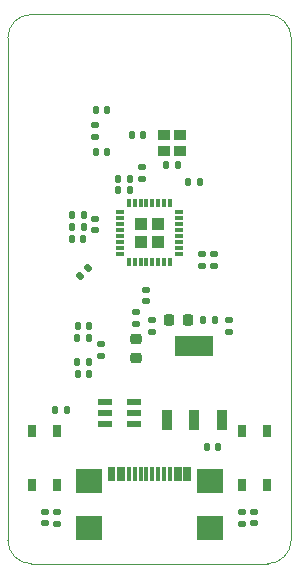
<source format=gbr>
%TF.GenerationSoftware,KiCad,Pcbnew,(6.0.9)*%
%TF.CreationDate,2023-03-12T14:29:19+01:00*%
%TF.ProjectId,ESP32-C3 Devboard,45535033-322d-4433-9320-446576626f61,rev?*%
%TF.SameCoordinates,Original*%
%TF.FileFunction,Paste,Top*%
%TF.FilePolarity,Positive*%
%FSLAX46Y46*%
G04 Gerber Fmt 4.6, Leading zero omitted, Abs format (unit mm)*
G04 Created by KiCad (PCBNEW (6.0.9)) date 2023-03-12 14:29:19*
%MOMM*%
%LPD*%
G01*
G04 APERTURE LIST*
G04 Aperture macros list*
%AMRoundRect*
0 Rectangle with rounded corners*
0 $1 Rounding radius*
0 $2 $3 $4 $5 $6 $7 $8 $9 X,Y pos of 4 corners*
0 Add a 4 corners polygon primitive as box body*
4,1,4,$2,$3,$4,$5,$6,$7,$8,$9,$2,$3,0*
0 Add four circle primitives for the rounded corners*
1,1,$1+$1,$2,$3*
1,1,$1+$1,$4,$5*
1,1,$1+$1,$6,$7*
1,1,$1+$1,$8,$9*
0 Add four rect primitives between the rounded corners*
20,1,$1+$1,$2,$3,$4,$5,0*
20,1,$1+$1,$4,$5,$6,$7,0*
20,1,$1+$1,$6,$7,$8,$9,0*
20,1,$1+$1,$8,$9,$2,$3,0*%
G04 Aperture macros list end*
%TA.AperFunction,Profile*%
%ADD10C,0.100000*%
%TD*%
%ADD11RoundRect,0.135000X0.135000X0.185000X-0.135000X0.185000X-0.135000X-0.185000X0.135000X-0.185000X0*%
%ADD12RoundRect,0.135000X0.035355X-0.226274X0.226274X-0.035355X-0.035355X0.226274X-0.226274X0.035355X0*%
%ADD13RoundRect,0.147500X-0.147500X-0.172500X0.147500X-0.172500X0.147500X0.172500X-0.147500X0.172500X0*%
%ADD14RoundRect,0.218750X0.256250X-0.218750X0.256250X0.218750X-0.256250X0.218750X-0.256250X-0.218750X0*%
%ADD15RoundRect,0.140000X-0.170000X0.140000X-0.170000X-0.140000X0.170000X-0.140000X0.170000X0.140000X0*%
%ADD16RoundRect,0.140000X-0.140000X-0.170000X0.140000X-0.170000X0.140000X0.170000X-0.140000X0.170000X0*%
%ADD17RoundRect,0.135000X0.185000X-0.135000X0.185000X0.135000X-0.185000X0.135000X-0.185000X-0.135000X0*%
%ADD18RoundRect,0.135000X-0.185000X0.135000X-0.185000X-0.135000X0.185000X-0.135000X0.185000X0.135000X0*%
%ADD19RoundRect,0.147500X-0.172500X0.147500X-0.172500X-0.147500X0.172500X-0.147500X0.172500X0.147500X0*%
%ADD20R,0.700000X1.000000*%
%ADD21R,0.300000X1.150000*%
%ADD22R,2.180000X2.000000*%
%ADD23RoundRect,0.140000X0.140000X0.170000X-0.140000X0.170000X-0.140000X-0.170000X0.140000X-0.170000X0*%
%ADD24R,0.800000X0.300000*%
%ADD25R,0.300000X0.800000*%
%ADD26R,1.100000X1.100000*%
%ADD27R,0.950000X1.750000*%
%ADD28R,3.200000X1.750000*%
%ADD29RoundRect,0.218750X-0.218750X-0.256250X0.218750X-0.256250X0.218750X0.256250X-0.218750X0.256250X0*%
%ADD30RoundRect,0.135000X-0.135000X-0.185000X0.135000X-0.185000X0.135000X0.185000X-0.135000X0.185000X0*%
%ADD31RoundRect,0.140000X0.170000X-0.140000X0.170000X0.140000X-0.170000X0.140000X-0.170000X-0.140000X0*%
%ADD32R,1.100000X0.850000*%
%ADD33R,1.250000X0.600000*%
G04 APERTURE END LIST*
D10*
X112460000Y-89500000D02*
G75*
G03*
X114460000Y-91500000I2000000J0D01*
G01*
X134460000Y-45000000D02*
X114460000Y-45000000D01*
X112460000Y-47000000D02*
X112460000Y-89500000D01*
X114460000Y-91500000D02*
X134460000Y-91500000D01*
X136460000Y-89500000D02*
X136460000Y-47000000D01*
X134460000Y-91500000D02*
G75*
G03*
X136460000Y-89500000I0J2000000D01*
G01*
X114460000Y-45000000D02*
G75*
G03*
X112460000Y-47000000I0J-2000000D01*
G01*
X136460000Y-47000000D02*
G75*
G03*
X134460000Y-45000000I-2000000J0D01*
G01*
D11*
%TO.C,R4*%
X119382000Y-74422000D03*
X118362000Y-74422000D03*
%TD*%
D12*
%TO.C,R7*%
X118539376Y-67160624D03*
X119260624Y-66439376D03*
%TD*%
D13*
%TO.C,L2*%
X117915000Y-62000000D03*
X118885000Y-62000000D03*
%TD*%
D14*
%TO.C,D2*%
X123300000Y-74087500D03*
X123300000Y-72512500D03*
%TD*%
D15*
%TO.C,C14*%
X124200000Y-68320000D03*
X124200000Y-69280000D03*
%TD*%
D16*
%TO.C,C2*%
X118392000Y-71374000D03*
X119352000Y-71374000D03*
%TD*%
D17*
%TO.C,R2*%
X123825000Y-58930000D03*
X123825000Y-57910000D03*
%TD*%
%TO.C,R10*%
X132300000Y-88120000D03*
X132300000Y-87100000D03*
%TD*%
D11*
%TO.C,R5*%
X119382000Y-72390000D03*
X118362000Y-72390000D03*
%TD*%
D18*
%TO.C,R6*%
X131191000Y-70864000D03*
X131191000Y-71884000D03*
%TD*%
D19*
%TO.C,L1*%
X119865000Y-54379000D03*
X119865000Y-55349000D03*
%TD*%
D20*
%TO.C,S2*%
X132275000Y-84800000D03*
X132275000Y-80300000D03*
X134425000Y-84800000D03*
X134425000Y-80300000D03*
%TD*%
D17*
%TO.C,R11*%
X123300000Y-71210000D03*
X123300000Y-70190000D03*
%TD*%
D21*
%TO.C,J5*%
X121110000Y-83952000D03*
X121910000Y-83952000D03*
X123210000Y-83952000D03*
X124210000Y-83952000D03*
X124710000Y-83952000D03*
X125710000Y-83952000D03*
X127010000Y-83952000D03*
X127810000Y-83952000D03*
X127510000Y-83952000D03*
X126710000Y-83952000D03*
X126210000Y-83952000D03*
X125210000Y-83952000D03*
X123710000Y-83952000D03*
X122710000Y-83952000D03*
X122210000Y-83952000D03*
X121410000Y-83952000D03*
D22*
X119350000Y-88457000D03*
X129570000Y-88457000D03*
X119350000Y-84527000D03*
X129570000Y-84527000D03*
%TD*%
D15*
%TO.C,C15*%
X128900000Y-65320000D03*
X128900000Y-66280000D03*
%TD*%
D16*
%TO.C,C10*%
X117920000Y-62992000D03*
X118880000Y-62992000D03*
%TD*%
D23*
%TO.C,C13*%
X122780000Y-59900000D03*
X121820000Y-59900000D03*
%TD*%
D16*
%TO.C,C1*%
X118392000Y-75438000D03*
X119352000Y-75438000D03*
%TD*%
%TO.C,C18*%
X129320000Y-81600000D03*
X130280000Y-81600000D03*
%TD*%
D24*
%TO.C,IC1*%
X121960000Y-61750000D03*
X121960000Y-62250000D03*
X121960000Y-62750000D03*
X121960000Y-63250000D03*
X121960000Y-63750000D03*
X121960000Y-64250000D03*
X121960000Y-64750000D03*
X121960000Y-65250000D03*
D25*
X122710000Y-66000000D03*
X123210000Y-66000000D03*
X123710000Y-66000000D03*
X124210000Y-66000000D03*
X124710000Y-66000000D03*
X125210000Y-66000000D03*
X125710000Y-66000000D03*
X126210000Y-66000000D03*
D24*
X126960000Y-65250000D03*
X126960000Y-64750000D03*
X126960000Y-64250000D03*
X126960000Y-63750000D03*
X126960000Y-63250000D03*
X126960000Y-62750000D03*
X126960000Y-62250000D03*
X126960000Y-61750000D03*
D25*
X126210000Y-61000000D03*
X125710000Y-61000000D03*
X125210000Y-61000000D03*
X124710000Y-61000000D03*
X124210000Y-61000000D03*
X123710000Y-61000000D03*
X123210000Y-61000000D03*
X122710000Y-61000000D03*
D26*
X123710000Y-62750000D03*
X125210000Y-62750000D03*
X125210000Y-64250000D03*
X123710000Y-64250000D03*
%TD*%
D11*
%TO.C,R1*%
X117510000Y-78500000D03*
X116490000Y-78500000D03*
%TD*%
D27*
%TO.C,IC2*%
X125970000Y-79350000D03*
X128270000Y-79350000D03*
X130570000Y-79350000D03*
D28*
X128270000Y-73050000D03*
%TD*%
D29*
%TO.C,D3*%
X126112500Y-70866000D03*
X127687500Y-70866000D03*
%TD*%
D30*
%TO.C,R12*%
X129030000Y-70866000D03*
X130050000Y-70866000D03*
%TD*%
D16*
%TO.C,C6*%
X119916000Y-56642000D03*
X120876000Y-56642000D03*
%TD*%
D15*
%TO.C,C4*%
X115600000Y-87120000D03*
X115600000Y-88080000D03*
%TD*%
%TO.C,C16*%
X129900000Y-65320000D03*
X129900000Y-66280000D03*
%TD*%
D23*
%TO.C,C7*%
X126845000Y-57785000D03*
X125885000Y-57785000D03*
%TD*%
%TO.C,C12*%
X122780000Y-58900000D03*
X121820000Y-58900000D03*
%TD*%
D20*
%TO.C,S1*%
X114495000Y-84800000D03*
X114495000Y-80300000D03*
X116645000Y-84800000D03*
X116645000Y-80300000D03*
%TD*%
D31*
%TO.C,C17*%
X124714000Y-71854000D03*
X124714000Y-70894000D03*
%TD*%
D16*
%TO.C,C3*%
X122964000Y-55245000D03*
X123924000Y-55245000D03*
%TD*%
D11*
%TO.C,R8*%
X128780000Y-59182000D03*
X127760000Y-59182000D03*
%TD*%
D16*
%TO.C,C9*%
X117912000Y-64008000D03*
X118872000Y-64008000D03*
%TD*%
D17*
%TO.C,R9*%
X116600000Y-88110000D03*
X116600000Y-87090000D03*
%TD*%
D15*
%TO.C,C8*%
X133300000Y-87120000D03*
X133300000Y-88080000D03*
%TD*%
%TO.C,C11*%
X119860000Y-62320000D03*
X119860000Y-63280000D03*
%TD*%
D17*
%TO.C,R3*%
X120396000Y-73916000D03*
X120396000Y-72896000D03*
%TD*%
D16*
%TO.C,C5*%
X119916000Y-53086000D03*
X120876000Y-53086000D03*
%TD*%
D32*
%TO.C,Y2*%
X125665000Y-55205000D03*
X125665000Y-56555000D03*
X127065000Y-56555000D03*
X127065000Y-55205000D03*
%TD*%
D33*
%TO.C,D1*%
X120670000Y-77790000D03*
X120670000Y-78740000D03*
X120670000Y-79690000D03*
X123170000Y-79690000D03*
X123170000Y-78740000D03*
X123170000Y-77790000D03*
%TD*%
M02*

</source>
